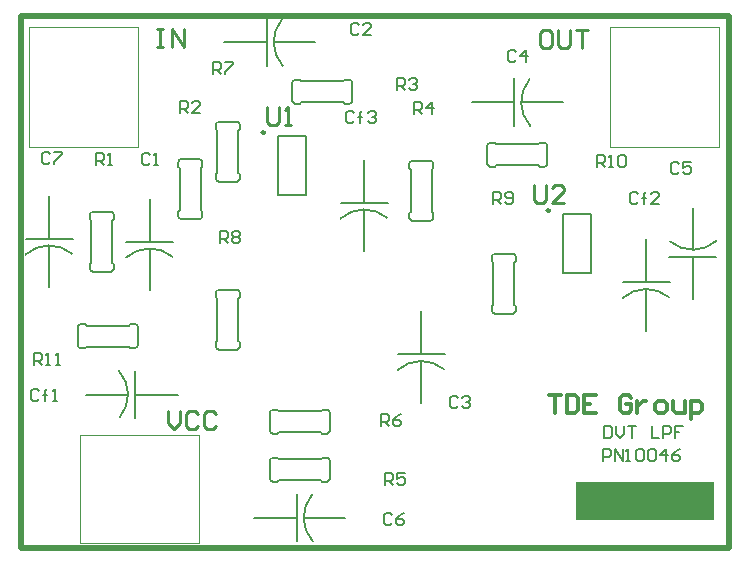
<source format=gto>
G04 Layer_Color=65535*
%FSLAX44Y44*%
%MOMM*%
G71*
G01*
G75*
%ADD12C,0.5000*%
%ADD18C,0.2500*%
%ADD19C,0.1524*%
%ADD20C,0.2000*%
%ADD21C,0.0500*%
%ADD22C,0.2540*%
%ADD23C,0.3000*%
%ADD24C,0.1500*%
%ADD25R,11.6840X3.3020*%
D12*
X0Y450000D02*
X600000D01*
Y0D02*
Y450000D01*
X0Y0D02*
X600000D01*
X0D02*
Y450000D01*
D18*
X206620Y351400D02*
G03*
X206620Y351400I-1250J0D01*
G01*
X447920Y285360D02*
G03*
X447920Y285360I-1250J0D01*
G01*
D19*
X48260Y171450D02*
G03*
X50800Y168910I2540J0D01*
G01*
Y189230D02*
G03*
X48260Y186690I0J-2540D01*
G01*
X99060D02*
G03*
X96520Y189230I-2540J0D01*
G01*
Y168910D02*
G03*
X99060Y171450I0J2540D01*
G01*
X394970Y325120D02*
G03*
X397510Y322580I2540J0D01*
G01*
Y342900D02*
G03*
X394970Y340360I0J-2540D01*
G01*
X445770D02*
G03*
X443230Y342900I-2540J0D01*
G01*
Y322580D02*
G03*
X445770Y325120I0J2540D01*
G01*
X416560Y198120D02*
G03*
X419100Y200660I0J2540D01*
G01*
X398780D02*
G03*
X401320Y198120I2540J0D01*
G01*
Y248920D02*
G03*
X398780Y246380I0J-2540D01*
G01*
X419100D02*
G03*
X416560Y248920I-2540J0D01*
G01*
X182880Y167640D02*
G03*
X185420Y170180I0J2540D01*
G01*
X165100D02*
G03*
X167640Y167640I2540J0D01*
G01*
Y218440D02*
G03*
X165100Y215900I0J-2540D01*
G01*
X185420D02*
G03*
X182880Y218440I-2540J0D01*
G01*
Y309880D02*
G03*
X185420Y312420I0J2540D01*
G01*
X165100D02*
G03*
X167640Y309880I2540J0D01*
G01*
Y360680D02*
G03*
X165100Y358140I0J-2540D01*
G01*
X185420D02*
G03*
X182880Y360680I-2540J0D01*
G01*
X210820Y99060D02*
G03*
X213360Y96520I2540J0D01*
G01*
Y116840D02*
G03*
X210820Y114300I0J-2540D01*
G01*
X261620D02*
G03*
X259080Y116840I-2540J0D01*
G01*
Y96520D02*
G03*
X261620Y99060I0J2540D01*
G01*
Y73660D02*
G03*
X259080Y76200I-2540J0D01*
G01*
Y55880D02*
G03*
X261620Y58420I0J2540D01*
G01*
X210820D02*
G03*
X213360Y55880I2540J0D01*
G01*
Y76200D02*
G03*
X210820Y73660I0J-2540D01*
G01*
X331470Y327660D02*
G03*
X328930Y325120I0J-2540D01*
G01*
X349250D02*
G03*
X346710Y327660I-2540J0D01*
G01*
Y276860D02*
G03*
X349250Y279400I0J2540D01*
G01*
X328930D02*
G03*
X331470Y276860I2540J0D01*
G01*
X229870Y378460D02*
G03*
X232410Y375920I2540J0D01*
G01*
Y396240D02*
G03*
X229870Y393700I0J-2540D01*
G01*
X280670D02*
G03*
X278130Y396240I-2540J0D01*
G01*
Y375920D02*
G03*
X280670Y378460I0J2540D01*
G01*
X135890Y328930D02*
G03*
X133350Y326390I0J-2540D01*
G01*
X153670D02*
G03*
X151130Y328930I-2540J0D01*
G01*
Y278130D02*
G03*
X153670Y280670I0J2540D01*
G01*
X133350D02*
G03*
X135890Y278130I2540J0D01*
G01*
X76200Y233680D02*
G03*
X78740Y236220I0J2540D01*
G01*
X58420D02*
G03*
X60960Y233680I2540J0D01*
G01*
Y284480D02*
G03*
X58420Y281940I0J-2540D01*
G01*
X78740D02*
G03*
X76200Y284480I-2540J0D01*
G01*
X48260Y171450D02*
Y186690D01*
X50800Y189230D02*
X54610D01*
X50800Y168910D02*
X54610D01*
X55880Y187960D02*
X91440D01*
X54610Y189230D02*
X55880Y187960D01*
Y170180D02*
X91440D01*
X54610Y168910D02*
X55880Y170180D01*
X91440Y187960D02*
X92710Y189230D01*
X96520D01*
X91440Y170180D02*
X92710Y168910D01*
X96520D01*
X99060Y171450D02*
Y186690D01*
X394970Y325120D02*
Y340360D01*
X397510Y342900D02*
X401320D01*
X397510Y322580D02*
X401320D01*
X402590Y341630D02*
X438150D01*
X401320Y342900D02*
X402590Y341630D01*
Y323850D02*
X438150D01*
X401320Y322580D02*
X402590Y323850D01*
X438150Y341630D02*
X439420Y342900D01*
X443230D01*
X438150Y323850D02*
X439420Y322580D01*
X443230D01*
X445770Y325120D02*
Y340360D01*
X401320Y198120D02*
X416560D01*
X398780Y200660D02*
Y204470D01*
X419100Y200660D02*
Y204470D01*
X400050Y205740D02*
Y241300D01*
X398780Y204470D02*
X400050Y205740D01*
X417830D02*
Y241300D01*
Y205740D02*
X419100Y204470D01*
X398780Y242570D02*
X400050Y241300D01*
X398780Y242570D02*
Y246380D01*
X417830Y241300D02*
X419100Y242570D01*
Y246380D01*
X401320Y248920D02*
X416560D01*
X167640Y167640D02*
X182880D01*
X165100Y170180D02*
Y173990D01*
X185420Y170180D02*
Y173990D01*
X166370Y175260D02*
Y210820D01*
X165100Y173990D02*
X166370Y175260D01*
X184150D02*
Y210820D01*
Y175260D02*
X185420Y173990D01*
X165100Y212090D02*
X166370Y210820D01*
X165100Y212090D02*
Y215900D01*
X184150Y210820D02*
X185420Y212090D01*
Y215900D01*
X167640Y218440D02*
X182880D01*
X167640Y309880D02*
X182880D01*
X165100Y312420D02*
Y316230D01*
X185420Y312420D02*
Y316230D01*
X166370Y317500D02*
Y353060D01*
X165100Y316230D02*
X166370Y317500D01*
X184150D02*
Y353060D01*
Y317500D02*
X185420Y316230D01*
X165100Y354330D02*
X166370Y353060D01*
X165100Y354330D02*
Y358140D01*
X184150Y353060D02*
X185420Y354330D01*
Y358140D01*
X167640Y360680D02*
X182880D01*
X210820Y99060D02*
Y114300D01*
X213360Y116840D02*
X217170D01*
X213360Y96520D02*
X217170D01*
X218440Y115570D02*
X254000D01*
X217170Y116840D02*
X218440Y115570D01*
Y97790D02*
X254000D01*
X217170Y96520D02*
X218440Y97790D01*
X254000Y115570D02*
X255270Y116840D01*
X259080D01*
X254000Y97790D02*
X255270Y96520D01*
X259080D01*
X261620Y99060D02*
Y114300D01*
Y58420D02*
Y73660D01*
X255270Y55880D02*
X259080D01*
X255270Y76200D02*
X259080D01*
X218440Y57150D02*
X254000D01*
X255270Y55880D01*
X218440Y74930D02*
X254000D01*
X255270Y76200D01*
X217170Y55880D02*
X218440Y57150D01*
X213360Y55880D02*
X217170D01*
Y76200D02*
X218440Y74930D01*
X213360Y76200D02*
X217170D01*
X210820Y58420D02*
Y73660D01*
X331470Y327660D02*
X346710D01*
X349250Y321310D02*
Y325120D01*
X328930Y321310D02*
Y325120D01*
X347980Y284480D02*
Y320040D01*
X349250Y321310D01*
X330200Y284480D02*
Y320040D01*
X328930Y321310D02*
X330200Y320040D01*
X347980Y284480D02*
X349250Y283210D01*
Y279400D02*
Y283210D01*
X328930D02*
X330200Y284480D01*
X328930Y279400D02*
Y283210D01*
X331470Y276860D02*
X346710D01*
X229870Y378460D02*
Y393700D01*
X232410Y396240D02*
X236220D01*
X232410Y375920D02*
X236220D01*
X237490Y394970D02*
X273050D01*
X236220Y396240D02*
X237490Y394970D01*
Y377190D02*
X273050D01*
X236220Y375920D02*
X237490Y377190D01*
X273050Y394970D02*
X274320Y396240D01*
X278130D01*
X273050Y377190D02*
X274320Y375920D01*
X278130D01*
X280670Y378460D02*
Y393700D01*
X135890Y328930D02*
X151130D01*
X153670Y322580D02*
Y326390D01*
X133350Y322580D02*
Y326390D01*
X152400Y285750D02*
Y321310D01*
X153670Y322580D01*
X134620Y285750D02*
Y321310D01*
X133350Y322580D02*
X134620Y321310D01*
X152400Y285750D02*
X153670Y284480D01*
Y280670D02*
Y284480D01*
X133350D02*
X134620Y285750D01*
X133350Y280670D02*
Y284480D01*
X135890Y278130D02*
X151130D01*
X60960Y233680D02*
X76200D01*
X58420Y236220D02*
Y240030D01*
X78740Y236220D02*
Y240030D01*
X59690Y241300D02*
Y276860D01*
X58420Y240030D02*
X59690Y241300D01*
X77470D02*
Y276860D01*
Y241300D02*
X78740Y240030D01*
X58420Y278130D02*
X59690Y276860D01*
X58420Y278130D02*
Y281940D01*
X77470Y276860D02*
X78740Y278130D01*
Y281940D01*
X60960Y284480D02*
X76200D01*
D20*
X310050Y279298D02*
G03*
X270692Y278611I-19284J-22981D01*
G01*
X548810Y211988D02*
G03*
X509452Y211301I-19284J-22981D01*
G01*
X83718Y110320D02*
G03*
X83031Y149678I-22981J19284D01*
G01*
X43350Y248818D02*
G03*
X3992Y248131I-19284J-22981D01*
G01*
X246482Y44620D02*
G03*
X247169Y5262I22981J-19284D01*
G01*
X549740Y259182D02*
G03*
X589098Y259869I19284J22981D01*
G01*
X430632Y396410D02*
G03*
X431319Y357052I22981J-19284D01*
G01*
X358310Y151028D02*
G03*
X318952Y150341I-19284J-22981D01*
G01*
X128440Y246278D02*
G03*
X89082Y245591I-19284J-22981D01*
G01*
X221082Y447210D02*
G03*
X221769Y407852I22981J-19284D01*
G01*
X217870Y298850D02*
X241870D01*
X217870Y348850D02*
X241870D01*
Y298850D02*
Y348850D01*
X217870Y298850D02*
Y348850D01*
X459170Y232810D02*
X483170D01*
X459170Y282810D02*
X483170D01*
Y232810D02*
Y282810D01*
X459170Y232810D02*
Y282810D01*
X290830Y292060D02*
Y328310D01*
Y251060D02*
Y286060D01*
X270830Y292060D02*
X310830D01*
X529590Y224750D02*
Y261000D01*
Y183750D02*
Y218750D01*
X509590Y224750D02*
X549590D01*
X96480Y129540D02*
X132730D01*
X55480D02*
X90480D01*
X96480Y109540D02*
Y149540D01*
X24130Y261580D02*
Y297830D01*
Y220580D02*
Y255580D01*
X4130Y261580D02*
X44130D01*
X197470Y25400D02*
X233720D01*
X239720D02*
X274720D01*
X233720Y5400D02*
Y45400D01*
X568960Y210170D02*
Y246420D01*
Y252420D02*
Y287420D01*
X548960Y246420D02*
X588960D01*
X381620Y377190D02*
X417870D01*
X423870D02*
X458870D01*
X417870Y357190D02*
Y397190D01*
X339090Y163790D02*
Y200040D01*
Y122790D02*
Y157790D01*
X319090Y163790D02*
X359090D01*
X109220Y259040D02*
Y295290D01*
Y218040D02*
Y253040D01*
X89220Y259040D02*
X129220D01*
X172070Y427990D02*
X208320D01*
X214320D02*
X249320D01*
X208320Y407990D02*
Y447990D01*
X11430Y154940D02*
Y164937D01*
X16428D01*
X18095Y163271D01*
Y159938D01*
X16428Y158272D01*
X11430D01*
X14762D02*
X18095Y154940D01*
X21427D02*
X24759D01*
X23093D01*
Y164937D01*
X21427Y163271D01*
X29757Y154940D02*
X33090D01*
X31424D01*
Y164937D01*
X29757Y163271D01*
X487680Y322580D02*
Y332577D01*
X492678D01*
X494344Y330911D01*
Y327578D01*
X492678Y325912D01*
X487680D01*
X491012D02*
X494344Y322580D01*
X497677D02*
X501009D01*
X499343D01*
Y332577D01*
X497677Y330911D01*
X506007D02*
X507674Y332577D01*
X511006D01*
X512672Y330911D01*
Y324246D01*
X511006Y322580D01*
X507674D01*
X506007Y324246D01*
Y330911D01*
X400050Y290830D02*
Y300827D01*
X405048D01*
X406715Y299161D01*
Y295828D01*
X405048Y294162D01*
X400050D01*
X403382D02*
X406715Y290830D01*
X410047Y292496D02*
X411713Y290830D01*
X415045D01*
X416711Y292496D01*
Y299161D01*
X415045Y300827D01*
X411713D01*
X410047Y299161D01*
Y297495D01*
X411713Y295828D01*
X416711D01*
X168910Y257810D02*
Y267807D01*
X173908D01*
X175574Y266141D01*
Y262808D01*
X173908Y261142D01*
X168910D01*
X172242D02*
X175574Y257810D01*
X178907Y266141D02*
X180573Y267807D01*
X183905D01*
X185571Y266141D01*
Y264475D01*
X183905Y262808D01*
X185571Y261142D01*
Y259476D01*
X183905Y257810D01*
X180573D01*
X178907Y259476D01*
Y261142D01*
X180573Y262808D01*
X178907Y264475D01*
Y266141D01*
X180573Y262808D02*
X183905D01*
X162560Y401320D02*
Y411317D01*
X167558D01*
X169224Y409651D01*
Y406318D01*
X167558Y404652D01*
X162560D01*
X165892D02*
X169224Y401320D01*
X172557Y411317D02*
X179221D01*
Y409651D01*
X172557Y402986D01*
Y401320D01*
X304800Y102870D02*
Y112867D01*
X309798D01*
X311465Y111201D01*
Y107868D01*
X309798Y106202D01*
X304800D01*
X308132D02*
X311465Y102870D01*
X321461Y112867D02*
X318129Y111201D01*
X314797Y107868D01*
Y104536D01*
X316463Y102870D01*
X319795D01*
X321461Y104536D01*
Y106202D01*
X319795Y107868D01*
X314797D01*
X308610Y53340D02*
Y63337D01*
X313608D01*
X315275Y61671D01*
Y58338D01*
X313608Y56672D01*
X308610D01*
X311942D02*
X315275Y53340D01*
X325271Y63337D02*
X318607D01*
Y58338D01*
X321939Y60005D01*
X323605D01*
X325271Y58338D01*
Y55006D01*
X323605Y53340D01*
X320273D01*
X318607Y55006D01*
X332740Y367030D02*
Y377027D01*
X337738D01*
X339404Y375361D01*
Y372028D01*
X337738Y370362D01*
X332740D01*
X336072D02*
X339404Y367030D01*
X347735D02*
Y377027D01*
X342737Y372028D01*
X349401D01*
X318770Y387350D02*
Y397347D01*
X323768D01*
X325434Y395681D01*
Y392348D01*
X323768Y390682D01*
X318770D01*
X322102D02*
X325434Y387350D01*
X328767Y395681D02*
X330433Y397347D01*
X333765D01*
X335431Y395681D01*
Y394015D01*
X333765Y392348D01*
X332099D01*
X333765D01*
X335431Y390682D01*
Y389016D01*
X333765Y387350D01*
X330433D01*
X328767Y389016D01*
X134620Y368300D02*
Y378297D01*
X139618D01*
X141285Y376631D01*
Y373298D01*
X139618Y371632D01*
X134620D01*
X137952D02*
X141285Y368300D01*
X151281D02*
X144617D01*
X151281Y374964D01*
Y376631D01*
X149615Y378297D01*
X146283D01*
X144617Y376631D01*
X63500Y323850D02*
Y333847D01*
X68498D01*
X70164Y332181D01*
Y328848D01*
X68498Y327182D01*
X63500D01*
X66832D02*
X70164Y323850D01*
X73497D02*
X76829D01*
X75163D01*
Y333847D01*
X73497Y332181D01*
X282255Y367741D02*
X280588Y369407D01*
X277256D01*
X275590Y367741D01*
Y361076D01*
X277256Y359410D01*
X280588D01*
X282255Y361076D01*
X287253Y359410D02*
Y367741D01*
Y364408D01*
X285587D01*
X288919D01*
X287253D01*
Y367741D01*
X288919Y369407D01*
X293917Y367741D02*
X295584Y369407D01*
X298916D01*
X300582Y367741D01*
Y366074D01*
X298916Y364408D01*
X297250D01*
X298916D01*
X300582Y362742D01*
Y361076D01*
X298916Y359410D01*
X295584D01*
X293917Y361076D01*
X522285Y299161D02*
X520618Y300827D01*
X517286D01*
X515620Y299161D01*
Y292496D01*
X517286Y290830D01*
X520618D01*
X522285Y292496D01*
X527283Y290830D02*
Y299161D01*
Y295828D01*
X525617D01*
X528949D01*
X527283D01*
Y299161D01*
X528949Y300827D01*
X540612Y290830D02*
X533947D01*
X540612Y297495D01*
Y299161D01*
X538946Y300827D01*
X535614D01*
X533947Y299161D01*
X15554Y132791D02*
X13888Y134457D01*
X10556D01*
X8890Y132791D01*
Y126126D01*
X10556Y124460D01*
X13888D01*
X15554Y126126D01*
X20553Y124460D02*
Y132791D01*
Y129458D01*
X18887D01*
X22219D01*
X20553D01*
Y132791D01*
X22219Y134457D01*
X27217Y124460D02*
X30550D01*
X28884D01*
Y134457D01*
X27217Y132791D01*
X24444Y333451D02*
X22778Y335117D01*
X19446D01*
X17780Y333451D01*
Y326786D01*
X19446Y325120D01*
X22778D01*
X24444Y326786D01*
X27777Y335117D02*
X34441D01*
Y333451D01*
X27777Y326786D01*
Y325120D01*
X314004Y27381D02*
X312338Y29047D01*
X309006D01*
X307340Y27381D01*
Y20716D01*
X309006Y19050D01*
X312338D01*
X314004Y20716D01*
X324001Y29047D02*
X320669Y27381D01*
X317337Y24048D01*
Y20716D01*
X319003Y19050D01*
X322335D01*
X324001Y20716D01*
Y22382D01*
X322335Y24048D01*
X317337D01*
X557210Y324434D02*
X555543Y326100D01*
X552211D01*
X550545Y324434D01*
Y317769D01*
X552211Y316103D01*
X555543D01*
X557210Y317769D01*
X567206Y326100D02*
X560542D01*
Y321101D01*
X563874Y322767D01*
X565540D01*
X567206Y321101D01*
Y317769D01*
X565540Y316103D01*
X562208D01*
X560542Y317769D01*
X419414Y419811D02*
X417748Y421477D01*
X414416D01*
X412750Y419811D01*
Y413146D01*
X414416Y411480D01*
X417748D01*
X419414Y413146D01*
X427745Y411480D02*
Y421477D01*
X422747Y416478D01*
X429411D01*
X369884Y126441D02*
X368218Y128107D01*
X364886D01*
X363220Y126441D01*
Y119776D01*
X364886Y118110D01*
X368218D01*
X369884Y119776D01*
X373217Y126441D02*
X374883Y128107D01*
X378215D01*
X379881Y126441D01*
Y124775D01*
X378215Y123108D01*
X376549D01*
X378215D01*
X379881Y121442D01*
Y119776D01*
X378215Y118110D01*
X374883D01*
X373217Y119776D01*
X286064Y442671D02*
X284398Y444337D01*
X281066D01*
X279400Y442671D01*
Y436006D01*
X281066Y434340D01*
X284398D01*
X286064Y436006D01*
X296061Y434340D02*
X289397D01*
X296061Y441004D01*
Y442671D01*
X294395Y444337D01*
X291063D01*
X289397Y442671D01*
X109535Y332181D02*
X107868Y333847D01*
X104536D01*
X102870Y332181D01*
Y325516D01*
X104536Y323850D01*
X107868D01*
X109535Y325516D01*
X112867Y323850D02*
X116199D01*
X114533D01*
Y333847D01*
X112867Y332181D01*
D21*
X99340Y339400D02*
Y440600D01*
X7340D02*
X99340D01*
X7340Y339400D02*
Y440600D01*
Y339400D02*
X99340D01*
X498830D02*
Y440600D01*
Y339400D02*
X590830D01*
Y440600D01*
X498830D02*
X590830D01*
X49730Y95530D02*
X150930D01*
X49730Y3530D02*
Y95530D01*
Y3530D02*
X150930D01*
Y95530D01*
D22*
X124460Y115565D02*
Y105408D01*
X129538Y100330D01*
X134617Y105408D01*
Y115565D01*
X149852Y113026D02*
X147313Y115565D01*
X142234D01*
X139695Y113026D01*
Y102869D01*
X142234Y100330D01*
X147313D01*
X149852Y102869D01*
X165087Y113026D02*
X162548Y115565D01*
X157469D01*
X154930Y113026D01*
Y102869D01*
X157469Y100330D01*
X162548D01*
X165087Y102869D01*
X434340Y307335D02*
Y294639D01*
X436879Y292100D01*
X441958D01*
X444497Y294639D01*
Y307335D01*
X459732Y292100D02*
X449575D01*
X459732Y302257D01*
Y304796D01*
X457193Y307335D01*
X452114D01*
X449575Y304796D01*
X208280Y373375D02*
Y360679D01*
X210819Y358140D01*
X215898D01*
X218437Y360679D01*
Y373375D01*
X223515Y358140D02*
X228593D01*
X226054D01*
Y373375D01*
X223515Y370836D01*
X447038Y438145D02*
X441959D01*
X439420Y435606D01*
Y425449D01*
X441959Y422910D01*
X447038D01*
X449577Y425449D01*
Y435606D01*
X447038Y438145D01*
X454655D02*
Y425449D01*
X457194Y422910D01*
X462273D01*
X464812Y425449D01*
Y438145D01*
X469890D02*
X480047D01*
X474968D01*
Y422910D01*
X115570Y439415D02*
X120648D01*
X118109D01*
Y424180D01*
X115570D01*
X120648D01*
X128266D02*
Y439415D01*
X138423Y424180D01*
Y439415D01*
D23*
X447040Y129295D02*
X457037D01*
X452038D01*
Y114300D01*
X462035Y129295D02*
Y114300D01*
X469533D01*
X472032Y116799D01*
Y126796D01*
X469533Y129295D01*
X462035D01*
X487027D02*
X477030D01*
Y114300D01*
X487027D01*
X477030Y121798D02*
X482029D01*
X517017Y126796D02*
X514518Y129295D01*
X509520D01*
X507021Y126796D01*
Y116799D01*
X509520Y114300D01*
X514518D01*
X517017Y116799D01*
Y121798D01*
X512019D01*
X522016Y124297D02*
Y114300D01*
Y119298D01*
X524515Y121798D01*
X527014Y124297D01*
X529513D01*
X539510Y114300D02*
X544508D01*
X547008Y116799D01*
Y121798D01*
X544508Y124297D01*
X539510D01*
X537011Y121798D01*
Y116799D01*
X539510Y114300D01*
X552006Y124297D02*
Y116799D01*
X554505Y114300D01*
X562003D01*
Y124297D01*
X567001Y109302D02*
Y124297D01*
X574499D01*
X576998Y121798D01*
Y116799D01*
X574499Y114300D01*
X567001D01*
D24*
X494030Y102707D02*
Y92710D01*
X499028D01*
X500695Y94376D01*
Y101041D01*
X499028Y102707D01*
X494030D01*
X504027D02*
Y96042D01*
X507359Y92710D01*
X510691Y96042D01*
Y102707D01*
X514024D02*
X520688D01*
X517356D01*
Y92710D01*
X534017Y102707D02*
Y92710D01*
X540682D01*
X544014D02*
Y102707D01*
X549012D01*
X550678Y101041D01*
Y97708D01*
X549012Y96042D01*
X544014D01*
X560675Y102707D02*
X554011D01*
Y97708D01*
X557343D01*
X554011D01*
Y92710D01*
X492760Y73660D02*
Y83657D01*
X497758D01*
X499425Y81991D01*
Y78658D01*
X497758Y76992D01*
X492760D01*
X502757Y73660D02*
Y83657D01*
X509421Y73660D01*
Y83657D01*
X512754Y73660D02*
X516086D01*
X514420D01*
Y83657D01*
X512754Y81991D01*
X521084D02*
X522750Y83657D01*
X526083D01*
X527749Y81991D01*
Y75326D01*
X526083Y73660D01*
X522750D01*
X521084Y75326D01*
Y81991D01*
X531081D02*
X532747Y83657D01*
X536079D01*
X537746Y81991D01*
Y75326D01*
X536079Y73660D01*
X532747D01*
X531081Y75326D01*
Y81991D01*
X546076Y73660D02*
Y83657D01*
X541078Y78658D01*
X547742D01*
X557739Y83657D02*
X554407Y81991D01*
X551074Y78658D01*
Y75326D01*
X552741Y73660D01*
X556073D01*
X557739Y75326D01*
Y76992D01*
X556073Y78658D01*
X551074D01*
D25*
X528320Y39370D02*
D03*
M02*

</source>
